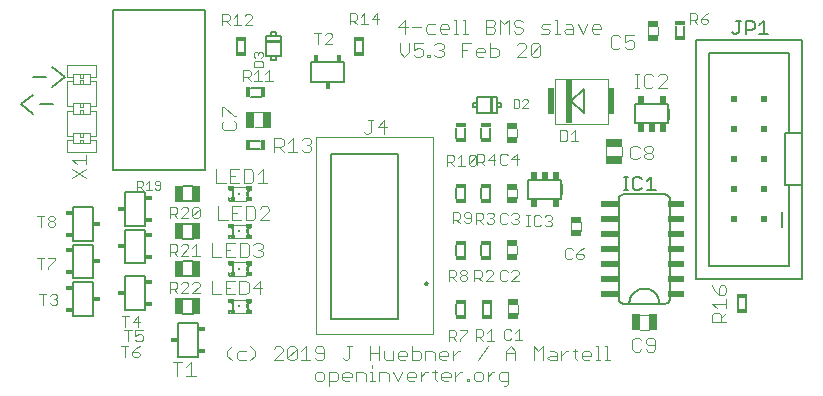
<source format=gbr>
G75*
G70*
%OFA0B0*%
%FSLAX24Y24*%
%IPPOS*%
%LPD*%
%AMOC8*
5,1,8,0,0,1.08239X$1,22.5*
%
%ADD10C,0.0040*%
%ADD11C,0.0060*%
%ADD12R,0.0340X0.0160*%
%ADD13C,0.0030*%
%ADD14R,0.0374X0.0197*%
%ADD15R,0.0050X0.0200*%
%ADD16R,0.0580X0.0200*%
%ADD17C,0.0050*%
%ADD18C,0.0080*%
%ADD19R,0.0210X0.0860*%
%ADD20R,0.0217X0.1496*%
%ADD21R,0.0571X0.0295*%
%ADD22R,0.0200X0.0200*%
%ADD23R,0.0295X0.0571*%
%ADD24R,0.0230X0.0180*%
%ADD25R,0.0256X0.0551*%
%ADD26R,0.0160X0.0340*%
%ADD27R,0.0180X0.0230*%
%ADD28R,0.0197X0.0128*%
%ADD29R,0.0098X0.0059*%
%ADD30R,0.0069X0.0157*%
%ADD31R,0.0079X0.0079*%
%ADD32R,0.0118X0.0118*%
%ADD33R,0.0030X0.0128*%
%ADD34R,0.0197X0.0256*%
%ADD35C,0.0079*%
%ADD36C,0.0039*%
D10*
X005499Y001253D02*
X005499Y001714D01*
X005346Y001714D02*
X005653Y001714D01*
X005806Y001560D02*
X005960Y001714D01*
X005960Y001253D01*
X006113Y001253D02*
X005806Y001253D01*
X007175Y001931D02*
X007175Y002085D01*
X007329Y002238D01*
X007559Y002085D02*
X007482Y002008D01*
X007482Y001855D01*
X007559Y001778D01*
X007789Y001778D01*
X007942Y001778D02*
X008096Y001931D01*
X008096Y002085D01*
X007942Y002238D01*
X007789Y002085D02*
X007559Y002085D01*
X007329Y001778D02*
X007175Y001931D01*
X008710Y001778D02*
X009017Y002085D01*
X009017Y002162D01*
X008940Y002238D01*
X008786Y002238D01*
X008710Y002162D01*
X009170Y002162D02*
X009247Y002238D01*
X009400Y002238D01*
X009477Y002162D01*
X009170Y001855D01*
X009247Y001778D01*
X009400Y001778D01*
X009477Y001855D01*
X009477Y002162D01*
X009631Y002085D02*
X009784Y002238D01*
X009784Y001778D01*
X009631Y001778D02*
X009937Y001778D01*
X010091Y001855D02*
X010168Y001778D01*
X010321Y001778D01*
X010398Y001855D01*
X010398Y002162D01*
X010321Y002238D01*
X010168Y002238D01*
X010091Y002162D01*
X010091Y002085D01*
X010168Y002008D01*
X010398Y002008D01*
X011012Y001855D02*
X011088Y001778D01*
X011165Y001778D01*
X011242Y001855D01*
X011242Y002238D01*
X011165Y002238D02*
X011319Y002238D01*
X011933Y002238D02*
X011933Y001778D01*
X012007Y001606D02*
X012007Y001530D01*
X012007Y001376D02*
X011930Y001376D01*
X012007Y001376D02*
X012007Y001069D01*
X011930Y001069D02*
X012084Y001069D01*
X012237Y001069D02*
X012237Y001376D01*
X012467Y001376D01*
X012544Y001299D01*
X012544Y001069D01*
X012851Y001069D02*
X013004Y001376D01*
X013158Y001299D02*
X013158Y001146D01*
X013235Y001069D01*
X013388Y001069D01*
X013465Y001223D02*
X013158Y001223D01*
X013158Y001299D02*
X013235Y001376D01*
X013388Y001376D01*
X013465Y001299D01*
X013465Y001223D01*
X013618Y001223D02*
X013772Y001376D01*
X013848Y001376D01*
X014002Y001376D02*
X014155Y001376D01*
X014079Y001453D02*
X014079Y001146D01*
X014155Y001069D01*
X014309Y001146D02*
X014309Y001299D01*
X014385Y001376D01*
X014539Y001376D01*
X014616Y001299D01*
X014616Y001223D01*
X014309Y001223D01*
X014309Y001146D02*
X014385Y001069D01*
X014539Y001069D01*
X014769Y001069D02*
X014769Y001376D01*
X014769Y001223D02*
X014923Y001376D01*
X014999Y001376D01*
X015153Y001146D02*
X015230Y001146D01*
X015230Y001069D01*
X015153Y001069D01*
X015153Y001146D01*
X015383Y001146D02*
X015460Y001069D01*
X015613Y001069D01*
X015690Y001146D01*
X015690Y001299D01*
X015613Y001376D01*
X015460Y001376D01*
X015383Y001299D01*
X015383Y001146D01*
X015843Y001069D02*
X015843Y001376D01*
X015843Y001223D02*
X015997Y001376D01*
X016074Y001376D01*
X016227Y001299D02*
X016227Y001146D01*
X016304Y001069D01*
X016534Y001069D01*
X016534Y000993D02*
X016534Y001376D01*
X016304Y001376D01*
X016227Y001299D01*
X016381Y000916D02*
X016457Y000916D01*
X016534Y000993D01*
X016460Y001778D02*
X016460Y002085D01*
X016613Y002238D01*
X016767Y002085D01*
X016767Y001778D01*
X016767Y002008D02*
X016460Y002008D01*
X015846Y002238D02*
X015539Y001778D01*
X014925Y002085D02*
X014848Y002085D01*
X014695Y001931D01*
X014695Y001778D02*
X014695Y002085D01*
X014541Y002008D02*
X014541Y001931D01*
X014234Y001931D01*
X014234Y001855D02*
X014234Y002008D01*
X014311Y002085D01*
X014465Y002085D01*
X014541Y002008D01*
X014465Y001778D02*
X014311Y001778D01*
X014234Y001855D01*
X014081Y001778D02*
X014081Y002008D01*
X014004Y002085D01*
X013774Y002085D01*
X013774Y001778D01*
X013621Y001855D02*
X013621Y002008D01*
X013544Y002085D01*
X013314Y002085D01*
X013314Y002238D02*
X013314Y001778D01*
X013544Y001778D01*
X013621Y001855D01*
X013160Y001931D02*
X013160Y002008D01*
X013083Y002085D01*
X012930Y002085D01*
X012853Y002008D01*
X012853Y001855D01*
X012930Y001778D01*
X013083Y001778D01*
X013160Y001931D02*
X012853Y001931D01*
X012700Y001778D02*
X012700Y002085D01*
X012393Y002085D02*
X012393Y001855D01*
X012470Y001778D01*
X012700Y001778D01*
X012239Y001778D02*
X012239Y002238D01*
X012239Y002008D02*
X011933Y002008D01*
X011700Y001376D02*
X011470Y001376D01*
X011470Y001069D01*
X011316Y001223D02*
X011009Y001223D01*
X011009Y001299D02*
X011009Y001146D01*
X011086Y001069D01*
X011239Y001069D01*
X011316Y001223D02*
X011316Y001299D01*
X011239Y001376D01*
X011086Y001376D01*
X011009Y001299D01*
X010856Y001299D02*
X010856Y001146D01*
X010779Y001069D01*
X010549Y001069D01*
X010549Y000916D02*
X010549Y001376D01*
X010779Y001376D01*
X010856Y001299D01*
X010395Y001299D02*
X010395Y001146D01*
X010319Y001069D01*
X010165Y001069D01*
X010089Y001146D01*
X010089Y001299D01*
X010165Y001376D01*
X010319Y001376D01*
X010395Y001299D01*
X009170Y001855D02*
X009170Y002162D01*
X009017Y001778D02*
X008710Y001778D01*
X007797Y003344D02*
X007236Y003344D01*
X007224Y003393D02*
X007226Y003405D01*
X007231Y003416D01*
X007239Y003425D01*
X007250Y003431D01*
X007262Y003434D01*
X007274Y003433D01*
X007286Y003429D01*
X007295Y003421D01*
X007302Y003411D01*
X007306Y003399D01*
X007306Y003387D01*
X007302Y003375D01*
X007295Y003365D01*
X007285Y003357D01*
X007274Y003353D01*
X007262Y003352D01*
X007250Y003355D01*
X007239Y003361D01*
X007231Y003370D01*
X007226Y003381D01*
X007224Y003393D01*
X007235Y003433D02*
X007257Y003438D01*
X007277Y003446D01*
X007295Y003457D01*
X007312Y003472D01*
X007326Y003488D01*
X007338Y003507D01*
X007346Y003527D01*
X007351Y003548D01*
X007353Y003570D01*
X007351Y003592D01*
X007346Y003613D01*
X007338Y003633D01*
X007326Y003652D01*
X007312Y003668D01*
X007295Y003683D01*
X007277Y003694D01*
X007257Y003702D01*
X007235Y003707D01*
X007393Y003796D02*
X007807Y003796D01*
X007805Y003965D02*
X007574Y003965D01*
X007574Y004425D01*
X007805Y004425D01*
X007881Y004348D01*
X007881Y004041D01*
X007805Y003965D01*
X008265Y003965D02*
X008265Y004425D01*
X008035Y004195D01*
X008342Y004195D01*
X007797Y004594D02*
X007236Y004594D01*
X007224Y004643D02*
X007226Y004655D01*
X007231Y004666D01*
X007239Y004675D01*
X007250Y004681D01*
X007262Y004684D01*
X007274Y004683D01*
X007286Y004679D01*
X007295Y004671D01*
X007302Y004661D01*
X007306Y004649D01*
X007306Y004637D01*
X007302Y004625D01*
X007295Y004615D01*
X007285Y004607D01*
X007274Y004603D01*
X007262Y004602D01*
X007250Y004605D01*
X007239Y004611D01*
X007231Y004620D01*
X007226Y004631D01*
X007224Y004643D01*
X007235Y004683D02*
X007257Y004688D01*
X007277Y004696D01*
X007295Y004707D01*
X007312Y004722D01*
X007326Y004738D01*
X007338Y004757D01*
X007346Y004777D01*
X007351Y004798D01*
X007353Y004820D01*
X007351Y004842D01*
X007346Y004863D01*
X007338Y004883D01*
X007326Y004902D01*
X007312Y004918D01*
X007295Y004933D01*
X007277Y004944D01*
X007257Y004952D01*
X007235Y004957D01*
X007393Y005046D02*
X007807Y005046D01*
X007811Y005215D02*
X007581Y005215D01*
X007581Y005675D01*
X007811Y005675D01*
X007888Y005598D01*
X007888Y005291D01*
X007811Y005215D01*
X008041Y005291D02*
X008118Y005215D01*
X008272Y005215D01*
X008348Y005291D01*
X008348Y005368D01*
X008272Y005445D01*
X008195Y005445D01*
X008272Y005445D02*
X008348Y005522D01*
X008348Y005598D01*
X008272Y005675D01*
X008118Y005675D01*
X008041Y005598D01*
X007797Y005844D02*
X007236Y005844D01*
X007224Y005893D02*
X007226Y005905D01*
X007231Y005916D01*
X007239Y005925D01*
X007250Y005931D01*
X007262Y005934D01*
X007274Y005933D01*
X007286Y005929D01*
X007295Y005921D01*
X007302Y005911D01*
X007306Y005899D01*
X007306Y005887D01*
X007302Y005875D01*
X007295Y005865D01*
X007285Y005857D01*
X007274Y005853D01*
X007262Y005852D01*
X007250Y005855D01*
X007239Y005861D01*
X007231Y005870D01*
X007226Y005881D01*
X007224Y005893D01*
X007235Y005933D02*
X007257Y005938D01*
X007277Y005946D01*
X007295Y005957D01*
X007312Y005972D01*
X007326Y005988D01*
X007338Y006007D01*
X007346Y006027D01*
X007351Y006048D01*
X007353Y006070D01*
X007351Y006092D01*
X007346Y006113D01*
X007338Y006133D01*
X007326Y006152D01*
X007312Y006168D01*
X007295Y006183D01*
X007277Y006194D01*
X007257Y006202D01*
X007235Y006207D01*
X007393Y006296D02*
X007807Y006296D01*
X007794Y006444D02*
X008024Y006444D01*
X008100Y006520D01*
X008100Y006827D01*
X008024Y006904D01*
X007794Y006904D01*
X007794Y006444D01*
X007640Y006444D02*
X007333Y006444D01*
X007333Y006904D01*
X007640Y006904D01*
X007797Y007094D02*
X007236Y007094D01*
X007224Y007143D02*
X007226Y007155D01*
X007231Y007166D01*
X007239Y007175D01*
X007250Y007181D01*
X007262Y007184D01*
X007274Y007183D01*
X007286Y007179D01*
X007295Y007171D01*
X007302Y007161D01*
X007306Y007149D01*
X007306Y007137D01*
X007302Y007125D01*
X007295Y007115D01*
X007285Y007107D01*
X007274Y007103D01*
X007262Y007102D01*
X007250Y007105D01*
X007239Y007111D01*
X007231Y007120D01*
X007226Y007131D01*
X007224Y007143D01*
X007235Y007183D02*
X007257Y007188D01*
X007277Y007196D01*
X007295Y007207D01*
X007312Y007222D01*
X007326Y007238D01*
X007338Y007257D01*
X007346Y007277D01*
X007351Y007298D01*
X007353Y007320D01*
X007351Y007342D01*
X007346Y007363D01*
X007338Y007383D01*
X007326Y007402D01*
X007312Y007418D01*
X007295Y007433D01*
X007277Y007444D01*
X007257Y007452D01*
X007235Y007457D01*
X007393Y007546D02*
X007807Y007546D01*
X007729Y007675D02*
X007959Y007675D01*
X008036Y007752D01*
X008036Y008059D01*
X007959Y008136D01*
X007729Y008136D01*
X007729Y007675D01*
X007575Y007675D02*
X007268Y007675D01*
X007268Y008136D01*
X007575Y008136D01*
X007422Y007906D02*
X007268Y007906D01*
X007115Y007675D02*
X006808Y007675D01*
X006808Y008136D01*
X008189Y007982D02*
X008343Y008136D01*
X008343Y007675D01*
X008496Y007675D02*
X008189Y007675D01*
X007965Y007457D02*
X007943Y007452D01*
X007923Y007444D01*
X007905Y007433D01*
X007888Y007418D01*
X007874Y007402D01*
X007862Y007383D01*
X007854Y007363D01*
X007849Y007342D01*
X007847Y007320D01*
X007849Y007298D01*
X007854Y007277D01*
X007862Y007257D01*
X007874Y007238D01*
X007888Y007222D01*
X007905Y007207D01*
X007923Y007196D01*
X007943Y007188D01*
X007965Y007183D01*
X008254Y006827D02*
X008331Y006904D01*
X008484Y006904D01*
X008561Y006827D01*
X008561Y006750D01*
X008254Y006444D01*
X008561Y006444D01*
X007965Y006207D02*
X007943Y006202D01*
X007923Y006194D01*
X007905Y006183D01*
X007888Y006168D01*
X007874Y006152D01*
X007862Y006133D01*
X007854Y006113D01*
X007849Y006092D01*
X007847Y006070D01*
X007849Y006048D01*
X007854Y006027D01*
X007862Y006007D01*
X007874Y005988D01*
X007888Y005972D01*
X007905Y005957D01*
X007923Y005946D01*
X007943Y005938D01*
X007965Y005933D01*
X007428Y005675D02*
X007121Y005675D01*
X007121Y005215D01*
X007428Y005215D01*
X006967Y005215D02*
X006660Y005215D01*
X006660Y005675D01*
X007121Y005445D02*
X007274Y005445D01*
X007965Y004957D02*
X007943Y004952D01*
X007923Y004944D01*
X007905Y004933D01*
X007888Y004918D01*
X007874Y004902D01*
X007862Y004883D01*
X007854Y004863D01*
X007849Y004842D01*
X007847Y004820D01*
X007849Y004798D01*
X007854Y004777D01*
X007862Y004757D01*
X007874Y004738D01*
X007888Y004722D01*
X007905Y004707D01*
X007923Y004696D01*
X007943Y004688D01*
X007965Y004683D01*
X007421Y004425D02*
X007114Y004425D01*
X007114Y003965D01*
X007421Y003965D01*
X006961Y003965D02*
X006654Y003965D01*
X006654Y004425D01*
X007114Y004195D02*
X007267Y004195D01*
X007965Y003707D02*
X007943Y003702D01*
X007923Y003694D01*
X007905Y003683D01*
X007888Y003668D01*
X007874Y003652D01*
X007862Y003633D01*
X007854Y003613D01*
X007849Y003592D01*
X007847Y003570D01*
X007849Y003548D01*
X007854Y003527D01*
X007862Y003507D01*
X007874Y003488D01*
X007888Y003472D01*
X007905Y003457D01*
X007923Y003446D01*
X007943Y003438D01*
X007965Y003433D01*
X011700Y001376D02*
X011777Y001299D01*
X011777Y001069D01*
X012697Y001376D02*
X012851Y001069D01*
X013618Y001069D02*
X013618Y001376D01*
X017380Y001778D02*
X017380Y002238D01*
X017534Y002085D01*
X017687Y002238D01*
X017687Y001778D01*
X017841Y001855D02*
X017918Y001931D01*
X018148Y001931D01*
X018148Y002008D02*
X018148Y001778D01*
X017918Y001778D01*
X017841Y001855D01*
X018301Y001931D02*
X018455Y002085D01*
X018531Y002085D01*
X018685Y002085D02*
X018838Y002085D01*
X018762Y002162D02*
X018762Y001855D01*
X018838Y001778D01*
X018992Y001855D02*
X018992Y002008D01*
X019069Y002085D01*
X019222Y002085D01*
X019299Y002008D01*
X019299Y001931D01*
X018992Y001931D01*
X018992Y001855D02*
X019069Y001778D01*
X019222Y001778D01*
X019452Y001778D02*
X019606Y001778D01*
X019529Y001778D02*
X019529Y002238D01*
X019452Y002238D01*
X019759Y002238D02*
X019836Y002238D01*
X019836Y001778D01*
X019759Y001778D02*
X019913Y001778D01*
X020667Y002133D02*
X020743Y002056D01*
X020897Y002056D01*
X020974Y002133D01*
X021127Y002133D02*
X021204Y002056D01*
X021357Y002056D01*
X021434Y002133D01*
X021434Y002440D01*
X021357Y002517D01*
X021204Y002517D01*
X021127Y002440D01*
X021127Y002363D01*
X021204Y002287D01*
X021434Y002287D01*
X020974Y002440D02*
X020897Y002517D01*
X020743Y002517D01*
X020667Y002440D01*
X020667Y002133D01*
X020918Y002777D02*
X021218Y002777D01*
X021208Y003296D02*
X020918Y003296D01*
X023326Y003273D02*
X023326Y003043D01*
X023787Y003043D01*
X023633Y003043D02*
X023633Y003273D01*
X023556Y003350D01*
X023403Y003350D01*
X023326Y003273D01*
X023633Y003196D02*
X023787Y003350D01*
X023787Y003503D02*
X023787Y003810D01*
X023787Y003657D02*
X023326Y003657D01*
X023480Y003503D01*
X023556Y003963D02*
X023556Y004194D01*
X023633Y004270D01*
X023710Y004270D01*
X023787Y004194D01*
X023787Y004040D01*
X023710Y003963D01*
X023556Y003963D01*
X023403Y004117D01*
X023326Y004270D01*
X018969Y006093D02*
X018969Y006374D01*
X018634Y006374D02*
X018634Y006093D01*
X016823Y005582D02*
X016823Y005302D01*
X016488Y005302D02*
X016488Y005582D01*
X016488Y007196D02*
X016488Y007476D01*
X016823Y007476D02*
X016823Y007196D01*
X019808Y008583D02*
X019808Y008874D01*
X020327Y008883D02*
X020327Y008583D01*
X020607Y008543D02*
X020684Y008466D01*
X020837Y008466D01*
X020914Y008543D01*
X021068Y008543D02*
X021068Y008619D01*
X021144Y008696D01*
X021298Y008696D01*
X021375Y008619D01*
X021375Y008543D01*
X021298Y008466D01*
X021144Y008466D01*
X021068Y008543D01*
X021144Y008696D02*
X021068Y008773D01*
X021068Y008850D01*
X021144Y008926D01*
X021298Y008926D01*
X021375Y008850D01*
X021375Y008773D01*
X021298Y008696D01*
X020914Y008850D02*
X020837Y008926D01*
X020684Y008926D01*
X020607Y008850D01*
X020607Y008543D01*
X019859Y009662D02*
X019859Y011162D01*
X018079Y011162D01*
X018079Y009662D01*
X019859Y009662D01*
X020751Y010853D02*
X020905Y010853D01*
X020828Y010853D02*
X020828Y011314D01*
X020751Y011314D02*
X020905Y011314D01*
X021058Y011237D02*
X021058Y010930D01*
X021135Y010853D01*
X021288Y010853D01*
X021365Y010930D01*
X021519Y010853D02*
X021826Y011160D01*
X021826Y011237D01*
X021749Y011314D01*
X021595Y011314D01*
X021519Y011237D01*
X021365Y011237D02*
X021288Y011314D01*
X021135Y011314D01*
X021058Y011237D01*
X021519Y010853D02*
X021826Y010853D01*
X020655Y012152D02*
X020501Y012152D01*
X020424Y012229D01*
X020271Y012229D02*
X020194Y012152D01*
X020041Y012152D01*
X019964Y012229D01*
X019964Y012536D01*
X020041Y012612D01*
X020194Y012612D01*
X020271Y012536D01*
X020424Y012612D02*
X020424Y012382D01*
X020578Y012459D01*
X020655Y012459D01*
X020731Y012382D01*
X020731Y012229D01*
X020655Y012152D01*
X020731Y012612D02*
X020424Y012612D01*
X021206Y012609D02*
X021206Y012889D01*
X021542Y012889D02*
X021542Y012609D01*
X019626Y012812D02*
X019319Y012812D01*
X019319Y012736D02*
X019319Y012889D01*
X019396Y012966D01*
X019550Y012966D01*
X019626Y012889D01*
X019626Y012812D01*
X019550Y012659D02*
X019396Y012659D01*
X019319Y012736D01*
X019166Y012966D02*
X019013Y012659D01*
X018859Y012966D01*
X018706Y012889D02*
X018629Y012966D01*
X018475Y012966D01*
X018475Y012812D02*
X018706Y012812D01*
X018706Y012889D02*
X018706Y012659D01*
X018475Y012659D01*
X018399Y012736D01*
X018475Y012812D01*
X018245Y012659D02*
X018092Y012659D01*
X018168Y012659D02*
X018168Y013119D01*
X018092Y013119D01*
X017938Y012966D02*
X017708Y012966D01*
X017631Y012889D01*
X017708Y012812D01*
X017862Y012812D01*
X017938Y012736D01*
X017862Y012659D01*
X017631Y012659D01*
X017522Y012347D02*
X017369Y012347D01*
X017292Y012270D01*
X017292Y011963D01*
X017599Y012270D01*
X017599Y011963D01*
X017522Y011886D01*
X017369Y011886D01*
X017292Y011963D01*
X017138Y011886D02*
X016832Y011886D01*
X017138Y012193D01*
X017138Y012270D01*
X017062Y012347D01*
X016908Y012347D01*
X016832Y012270D01*
X016218Y012116D02*
X016218Y011963D01*
X016141Y011886D01*
X015911Y011886D01*
X015911Y012347D01*
X015911Y012193D02*
X016141Y012193D01*
X016218Y012116D01*
X015757Y012116D02*
X015757Y012040D01*
X015450Y012040D01*
X015450Y012116D02*
X015527Y012193D01*
X015681Y012193D01*
X015757Y012116D01*
X015450Y012116D02*
X015450Y011963D01*
X015527Y011886D01*
X015681Y011886D01*
X015143Y012116D02*
X014990Y012116D01*
X014990Y011886D02*
X014990Y012347D01*
X015297Y012347D01*
X015176Y012659D02*
X015022Y012659D01*
X015099Y012659D02*
X015099Y013119D01*
X015022Y013119D01*
X014792Y013119D02*
X014792Y012659D01*
X014716Y012659D02*
X014869Y012659D01*
X014562Y012812D02*
X014255Y012812D01*
X014255Y012736D02*
X014255Y012889D01*
X014332Y012966D01*
X014485Y012966D01*
X014562Y012889D01*
X014562Y012812D01*
X014485Y012659D02*
X014332Y012659D01*
X014255Y012736D01*
X014102Y012659D02*
X013871Y012659D01*
X013795Y012736D01*
X013795Y012889D01*
X013871Y012966D01*
X014102Y012966D01*
X013641Y012889D02*
X013334Y012889D01*
X013181Y012889D02*
X012874Y012889D01*
X013104Y013119D01*
X013104Y012659D01*
X013225Y012347D02*
X013225Y012040D01*
X013072Y011886D01*
X012918Y012040D01*
X012918Y012347D01*
X013379Y012347D02*
X013379Y012116D01*
X013532Y012193D01*
X013609Y012193D01*
X013686Y012116D01*
X013686Y011963D01*
X013609Y011886D01*
X013455Y011886D01*
X013379Y011963D01*
X013839Y011963D02*
X013839Y011886D01*
X013916Y011886D01*
X013916Y011963D01*
X013839Y011963D01*
X014069Y011963D02*
X014146Y011886D01*
X014299Y011886D01*
X014376Y011963D01*
X014376Y012040D01*
X014299Y012116D01*
X014223Y012116D01*
X014299Y012116D02*
X014376Y012193D01*
X014376Y012270D01*
X014299Y012347D01*
X014146Y012347D01*
X014069Y012270D01*
X013686Y012347D02*
X013379Y012347D01*
X014716Y013119D02*
X014792Y013119D01*
X015790Y013119D02*
X015790Y012659D01*
X016020Y012659D01*
X016097Y012736D01*
X016097Y012812D01*
X016020Y012889D01*
X015790Y012889D01*
X016020Y012889D02*
X016097Y012966D01*
X016097Y013043D01*
X016020Y013119D01*
X015790Y013119D01*
X016250Y013119D02*
X016404Y012966D01*
X016557Y013119D01*
X016557Y012659D01*
X016711Y012736D02*
X016787Y012659D01*
X016941Y012659D01*
X017017Y012736D01*
X017017Y012812D01*
X016941Y012889D01*
X016787Y012889D01*
X016711Y012966D01*
X016711Y013043D01*
X016787Y013119D01*
X016941Y013119D01*
X017017Y013043D01*
X016250Y013119D02*
X016250Y012659D01*
X017522Y012347D02*
X017599Y012270D01*
X016828Y009488D02*
X016828Y009207D01*
X016493Y009207D02*
X016493Y009488D01*
X012484Y009539D02*
X012177Y009539D01*
X012407Y009769D01*
X012407Y009308D01*
X011946Y009385D02*
X011946Y009769D01*
X011870Y009769D02*
X012023Y009769D01*
X011946Y009385D02*
X011870Y009308D01*
X011793Y009308D01*
X011716Y009385D01*
X009967Y009098D02*
X009967Y009021D01*
X009890Y008944D01*
X009967Y008867D01*
X009967Y008791D01*
X009890Y008714D01*
X009736Y008714D01*
X009660Y008791D01*
X009506Y008714D02*
X009199Y008714D01*
X009046Y008714D02*
X008892Y008867D01*
X008969Y008867D02*
X008739Y008867D01*
X008739Y008714D02*
X008739Y009174D01*
X008969Y009174D01*
X009046Y009098D01*
X009046Y008944D01*
X008969Y008867D01*
X009199Y009021D02*
X009353Y009174D01*
X009353Y008714D01*
X009813Y008944D02*
X009890Y008944D01*
X009967Y009098D02*
X009890Y009174D01*
X009736Y009174D01*
X009660Y009098D01*
X008370Y009535D02*
X008080Y009535D01*
X007454Y009514D02*
X007377Y009437D01*
X007070Y009437D01*
X006994Y009514D01*
X006994Y009668D01*
X007070Y009744D01*
X006994Y009898D02*
X006994Y010205D01*
X007070Y010205D01*
X007377Y009898D01*
X007454Y009898D01*
X007377Y009744D02*
X007454Y009668D01*
X007454Y009514D01*
X008070Y010054D02*
X008370Y010054D01*
X002787Y010085D02*
X002787Y009258D01*
X002590Y009258D01*
X002590Y009356D01*
X002374Y009356D01*
X002256Y009356D01*
X002256Y009228D01*
X002374Y009228D01*
X002374Y009356D01*
X002256Y009356D02*
X002039Y009356D01*
X002039Y009258D01*
X001842Y009258D01*
X001842Y009691D01*
X002039Y009986D02*
X002039Y010085D01*
X002039Y010242D01*
X002039Y010341D01*
X002256Y010341D01*
X002374Y010341D01*
X002590Y010341D01*
X002590Y010242D01*
X002590Y010085D01*
X002590Y009986D01*
X002374Y009986D01*
X002256Y009986D01*
X002039Y009986D01*
X002039Y010085D02*
X001842Y010085D01*
X001842Y009258D01*
X001842Y009100D02*
X002039Y009100D01*
X002039Y009002D01*
X002256Y009002D01*
X002374Y009002D01*
X002374Y009130D01*
X002256Y009130D01*
X002256Y009002D01*
X002374Y009002D02*
X002590Y009002D01*
X002590Y009100D01*
X002787Y009100D01*
X002787Y008707D01*
X001842Y008707D01*
X001842Y009100D01*
X002039Y009100D02*
X002039Y009258D01*
X002590Y009258D02*
X002590Y009100D01*
X002467Y008613D02*
X002467Y008306D01*
X002467Y008153D02*
X002006Y007846D01*
X002006Y008153D02*
X002467Y007846D01*
X002160Y008306D02*
X002006Y008460D01*
X002467Y008460D01*
X002787Y009652D02*
X002787Y010085D01*
X002590Y010085D01*
X002590Y010242D02*
X002787Y010242D01*
X002787Y011069D01*
X002787Y010636D01*
X002787Y010242D01*
X002374Y010213D02*
X002374Y010341D01*
X002256Y010341D02*
X002256Y010213D01*
X002374Y010213D01*
X002374Y010114D02*
X002256Y010114D01*
X002256Y009986D01*
X002374Y009986D02*
X002374Y010114D01*
X002039Y010242D02*
X001842Y010242D01*
X001842Y010675D01*
X001842Y010636D02*
X001842Y010242D01*
X001842Y011069D01*
X002039Y011069D01*
X002039Y010971D01*
X002256Y010971D01*
X002374Y010971D01*
X002590Y010971D01*
X002590Y011069D01*
X002787Y011069D01*
X002787Y011226D02*
X002590Y011226D01*
X002590Y011325D01*
X002374Y011325D01*
X002256Y011325D01*
X002256Y011197D01*
X002374Y011197D01*
X002374Y011325D01*
X002256Y011325D02*
X002039Y011325D01*
X002039Y011226D01*
X001842Y011226D01*
X001842Y011620D01*
X002787Y011620D01*
X002787Y011226D01*
X002590Y011226D02*
X002590Y011069D01*
X002374Y011099D02*
X002374Y010971D01*
X002256Y010971D02*
X002256Y011099D01*
X002374Y011099D01*
X002039Y011069D02*
X002039Y011226D01*
X006873Y006904D02*
X006873Y006444D01*
X007180Y006444D01*
X007333Y006674D02*
X007487Y006674D01*
X016527Y003610D02*
X016527Y003329D01*
X016862Y003329D02*
X016862Y003610D01*
X017918Y002085D02*
X018071Y002085D01*
X018148Y002008D01*
X018301Y002085D02*
X018301Y001778D01*
D11*
X015961Y003299D02*
X015961Y003640D01*
X015680Y003640D02*
X015680Y003299D01*
X015089Y003299D02*
X015089Y003640D01*
X014808Y003640D02*
X014808Y003299D01*
X014808Y005272D02*
X014808Y005612D01*
X015089Y005612D02*
X015089Y005272D01*
X015641Y005272D02*
X015641Y005612D01*
X015921Y005612D02*
X015921Y005272D01*
X017199Y007153D02*
X017199Y007783D01*
X018302Y007783D01*
X018302Y007153D01*
X017199Y007153D01*
X015921Y007166D02*
X015921Y007506D01*
X015641Y007506D02*
X015641Y007166D01*
X015089Y007166D02*
X015089Y007506D01*
X014808Y007506D02*
X014808Y007166D01*
X014808Y009177D02*
X014808Y009518D01*
X015089Y009518D02*
X015089Y009177D01*
X015641Y009177D02*
X015641Y009518D01*
X015921Y009518D02*
X015921Y009177D01*
X020223Y007153D02*
X020223Y003813D01*
X020225Y003790D01*
X020230Y003767D01*
X020239Y003745D01*
X020252Y003725D01*
X020267Y003707D01*
X020285Y003692D01*
X020305Y003679D01*
X020327Y003670D01*
X020350Y003665D01*
X020373Y003663D01*
X020568Y003663D01*
X021568Y003663D01*
X021763Y003663D01*
X021786Y003665D01*
X021809Y003670D01*
X021831Y003679D01*
X021851Y003692D01*
X021869Y003707D01*
X021884Y003725D01*
X021897Y003745D01*
X021906Y003767D01*
X021911Y003790D01*
X021913Y003813D01*
X021913Y007153D01*
X021911Y007176D01*
X021906Y007199D01*
X021897Y007221D01*
X021884Y007241D01*
X021869Y007259D01*
X021851Y007274D01*
X021831Y007287D01*
X021809Y007296D01*
X021786Y007301D01*
X021763Y007303D01*
X020373Y007303D01*
X020350Y007301D01*
X020327Y007296D01*
X020305Y007287D01*
X020285Y007274D01*
X020267Y007259D01*
X020252Y007241D01*
X020239Y007221D01*
X020230Y007199D01*
X020225Y007176D01*
X020223Y007153D01*
X020766Y009668D02*
X020766Y010298D01*
X021869Y010298D01*
X021869Y009668D01*
X020766Y009668D01*
X022126Y012579D02*
X022126Y012919D01*
X022406Y012919D02*
X022406Y012579D01*
X011705Y012403D02*
X011705Y012063D01*
X011424Y012063D02*
X011424Y012403D01*
X008285Y010839D02*
X007945Y010839D01*
X007945Y010559D02*
X008285Y010559D01*
X008270Y009084D02*
X007930Y009084D01*
X007930Y008804D02*
X008270Y008804D01*
X006011Y007570D02*
X005689Y007570D01*
X005689Y007070D02*
X006011Y007070D01*
X006011Y006320D02*
X005689Y006320D01*
X005689Y005820D02*
X006011Y005820D01*
X006011Y005070D02*
X005689Y005070D01*
X005689Y004570D02*
X006011Y004570D01*
X006011Y003820D02*
X005689Y003820D01*
X005689Y003320D02*
X006011Y003320D01*
X000703Y009985D02*
X000276Y010305D01*
X000703Y010625D01*
X001341Y010895D02*
X001769Y011216D01*
X001341Y011536D01*
X001124Y011216D02*
X000697Y011216D01*
X000920Y010305D02*
X001348Y010305D01*
X007480Y012069D02*
X007480Y012409D01*
X007760Y012409D02*
X007760Y012069D01*
X020568Y003663D02*
X020570Y003707D01*
X020576Y003750D01*
X020585Y003792D01*
X020598Y003834D01*
X020615Y003874D01*
X020635Y003913D01*
X020658Y003950D01*
X020685Y003984D01*
X020714Y004017D01*
X020747Y004046D01*
X020781Y004073D01*
X020818Y004096D01*
X020857Y004116D01*
X020897Y004133D01*
X020939Y004146D01*
X020981Y004155D01*
X021024Y004161D01*
X021068Y004163D01*
X021112Y004161D01*
X021155Y004155D01*
X021197Y004146D01*
X021239Y004133D01*
X021279Y004116D01*
X021318Y004096D01*
X021355Y004073D01*
X021389Y004046D01*
X021422Y004017D01*
X021451Y003984D01*
X021478Y003950D01*
X021501Y003913D01*
X021521Y003874D01*
X021538Y003834D01*
X021551Y003792D01*
X021560Y003750D01*
X021566Y003707D01*
X021568Y003663D01*
X024192Y003836D02*
X024192Y003496D01*
X024472Y003496D02*
X024472Y003836D01*
D12*
X024332Y003916D03*
X024332Y003416D03*
X015820Y003220D03*
X015820Y003720D03*
X014948Y003720D03*
X014948Y003220D03*
X014948Y005192D03*
X014948Y005692D03*
X015781Y005692D03*
X015781Y005192D03*
X015781Y007086D03*
X015781Y007586D03*
X014948Y007586D03*
X014948Y007086D03*
X014948Y009098D03*
X015781Y009098D03*
X015781Y009598D03*
X014948Y009598D03*
X011565Y011983D03*
X011565Y012483D03*
X007620Y012489D03*
X007620Y011989D03*
X022266Y012499D03*
X022266Y012999D03*
D13*
X003752Y002242D02*
X003752Y001872D01*
X003997Y001933D02*
X003997Y002057D01*
X004182Y002057D01*
X004244Y001995D01*
X004244Y001933D01*
X004182Y001872D01*
X004058Y001872D01*
X003997Y001933D01*
X003997Y002057D02*
X004120Y002180D01*
X004244Y002242D01*
X004292Y002400D02*
X004169Y002400D01*
X004107Y002462D01*
X004107Y002585D02*
X004231Y002647D01*
X004292Y002647D01*
X004354Y002585D01*
X004354Y002462D01*
X004292Y002400D01*
X004107Y002585D02*
X004107Y002770D01*
X004354Y002770D01*
X004202Y002871D02*
X004202Y003241D01*
X004017Y003056D01*
X004264Y003056D01*
X003896Y003241D02*
X003649Y003241D01*
X003772Y003241D02*
X003772Y002871D01*
X003739Y002770D02*
X003986Y002770D01*
X003862Y002770D02*
X003862Y002400D01*
X003875Y002242D02*
X003628Y002242D01*
X001505Y003682D02*
X001443Y003620D01*
X001319Y003620D01*
X001258Y003682D01*
X001381Y003805D02*
X001443Y003805D01*
X001505Y003743D01*
X001505Y003682D01*
X001443Y003805D02*
X001505Y003867D01*
X001505Y003929D01*
X001443Y003990D01*
X001319Y003990D01*
X001258Y003929D01*
X001136Y003990D02*
X000889Y003990D01*
X001013Y003990D02*
X001013Y003620D01*
X000946Y004804D02*
X000946Y005174D01*
X001069Y005174D02*
X000822Y005174D01*
X001190Y005174D02*
X001437Y005174D01*
X001437Y005112D01*
X001190Y004866D01*
X001190Y004804D01*
X001250Y006223D02*
X001188Y006284D01*
X001188Y006346D01*
X001250Y006408D01*
X001373Y006408D01*
X001435Y006346D01*
X001435Y006284D01*
X001373Y006223D01*
X001250Y006223D01*
X001250Y006408D02*
X001188Y006470D01*
X001188Y006531D01*
X001250Y006593D01*
X001373Y006593D01*
X001435Y006531D01*
X001435Y006470D01*
X001373Y006408D01*
X000943Y006223D02*
X000943Y006593D01*
X000820Y006593D02*
X001067Y006593D01*
X004156Y007463D02*
X004156Y007754D01*
X004301Y007754D01*
X004349Y007705D01*
X004349Y007609D01*
X004301Y007560D01*
X004156Y007560D01*
X004253Y007560D02*
X004349Y007463D01*
X004450Y007463D02*
X004644Y007463D01*
X004547Y007463D02*
X004547Y007754D01*
X004450Y007657D01*
X004745Y007657D02*
X004794Y007609D01*
X004939Y007609D01*
X004939Y007705D02*
X004890Y007754D01*
X004794Y007754D01*
X004745Y007705D01*
X004745Y007657D01*
X004745Y007512D02*
X004794Y007463D01*
X004890Y007463D01*
X004939Y007512D01*
X004939Y007705D01*
X005260Y006884D02*
X005445Y006884D01*
X005507Y006822D01*
X005507Y006699D01*
X005445Y006637D01*
X005260Y006637D01*
X005260Y006514D02*
X005260Y006884D01*
X005383Y006637D02*
X005507Y006514D01*
X005628Y006514D02*
X005875Y006761D01*
X005875Y006822D01*
X005814Y006884D01*
X005690Y006884D01*
X005628Y006822D01*
X005997Y006822D02*
X006058Y006884D01*
X006182Y006884D01*
X006244Y006822D01*
X005997Y006575D01*
X006058Y006514D01*
X006182Y006514D01*
X006244Y006575D01*
X006244Y006822D01*
X005997Y006822D02*
X005997Y006575D01*
X005875Y006514D02*
X005628Y006514D01*
X005690Y005634D02*
X005628Y005572D01*
X005690Y005634D02*
X005814Y005634D01*
X005875Y005572D01*
X005875Y005511D01*
X005628Y005264D01*
X005875Y005264D01*
X005997Y005264D02*
X006244Y005264D01*
X006120Y005264D02*
X006120Y005634D01*
X005997Y005511D01*
X005507Y005572D02*
X005507Y005449D01*
X005445Y005387D01*
X005260Y005387D01*
X005260Y005264D02*
X005260Y005634D01*
X005445Y005634D01*
X005507Y005572D01*
X005383Y005387D02*
X005507Y005264D01*
X005445Y004384D02*
X005260Y004384D01*
X005260Y004014D01*
X005260Y004137D02*
X005445Y004137D01*
X005507Y004199D01*
X005507Y004322D01*
X005445Y004384D01*
X005628Y004322D02*
X005690Y004384D01*
X005814Y004384D01*
X005875Y004322D01*
X005875Y004261D01*
X005628Y004014D01*
X005875Y004014D01*
X005997Y004014D02*
X006244Y004261D01*
X006244Y004322D01*
X006182Y004384D01*
X006058Y004384D01*
X005997Y004322D01*
X005997Y004014D02*
X006244Y004014D01*
X005507Y004014D02*
X005383Y004137D01*
X014552Y004421D02*
X014552Y004791D01*
X014737Y004791D01*
X014798Y004730D01*
X014798Y004606D01*
X014737Y004545D01*
X014552Y004545D01*
X014675Y004545D02*
X014798Y004421D01*
X014920Y004483D02*
X014982Y004421D01*
X015105Y004421D01*
X015167Y004483D01*
X015167Y004545D01*
X015105Y004606D01*
X014982Y004606D01*
X014920Y004668D01*
X014920Y004730D01*
X014982Y004791D01*
X015105Y004791D01*
X015167Y004730D01*
X015167Y004668D01*
X015105Y004606D01*
X014982Y004606D02*
X014920Y004545D01*
X014920Y004483D01*
X015408Y004521D02*
X015593Y004521D01*
X015655Y004583D01*
X015655Y004706D01*
X015593Y004768D01*
X015408Y004768D01*
X015408Y004398D01*
X015531Y004521D02*
X015655Y004398D01*
X015776Y004398D02*
X016023Y004644D01*
X016023Y004706D01*
X015961Y004768D01*
X015838Y004768D01*
X015776Y004706D01*
X015776Y004398D02*
X016023Y004398D01*
X016269Y004475D02*
X016331Y004413D01*
X016454Y004413D01*
X016516Y004475D01*
X016637Y004413D02*
X016884Y004660D01*
X016884Y004722D01*
X016823Y004784D01*
X016699Y004784D01*
X016637Y004722D01*
X016516Y004722D02*
X016454Y004784D01*
X016331Y004784D01*
X016269Y004722D01*
X016269Y004475D01*
X016637Y004413D02*
X016884Y004413D01*
X018431Y005203D02*
X018492Y005142D01*
X018616Y005142D01*
X018677Y005203D01*
X018799Y005203D02*
X018861Y005142D01*
X018984Y005142D01*
X019046Y005203D01*
X019046Y005265D01*
X018984Y005327D01*
X018799Y005327D01*
X018799Y005203D01*
X018799Y005327D02*
X018922Y005450D01*
X019046Y005512D01*
X018677Y005450D02*
X018616Y005512D01*
X018492Y005512D01*
X018431Y005450D01*
X018431Y005203D01*
X017932Y006233D02*
X017809Y006233D01*
X017747Y006294D01*
X017626Y006294D02*
X017564Y006233D01*
X017441Y006233D01*
X017379Y006294D01*
X017379Y006541D01*
X017441Y006603D01*
X017564Y006603D01*
X017626Y006541D01*
X017747Y006541D02*
X017809Y006603D01*
X017932Y006603D01*
X017994Y006541D01*
X017994Y006479D01*
X017932Y006418D01*
X017994Y006356D01*
X017994Y006294D01*
X017932Y006233D01*
X017932Y006418D02*
X017871Y006418D01*
X017257Y006603D02*
X017133Y006603D01*
X017195Y006603D02*
X017195Y006233D01*
X017133Y006233D02*
X017257Y006233D01*
X016880Y006365D02*
X016819Y006303D01*
X016695Y006303D01*
X016633Y006365D01*
X016512Y006365D02*
X016450Y006303D01*
X016327Y006303D01*
X016265Y006365D01*
X016265Y006612D01*
X016327Y006673D01*
X016450Y006673D01*
X016512Y006612D01*
X016633Y006612D02*
X016695Y006673D01*
X016819Y006673D01*
X016880Y006612D01*
X016880Y006550D01*
X016819Y006488D01*
X016880Y006427D01*
X016880Y006365D01*
X016819Y006488D02*
X016757Y006488D01*
X016059Y006450D02*
X016059Y006388D01*
X015997Y006327D01*
X015873Y006327D01*
X015812Y006388D01*
X015690Y006327D02*
X015567Y006450D01*
X015628Y006450D02*
X015443Y006450D01*
X015443Y006327D02*
X015443Y006697D01*
X015628Y006697D01*
X015690Y006635D01*
X015690Y006512D01*
X015628Y006450D01*
X015812Y006635D02*
X015873Y006697D01*
X015997Y006697D01*
X016059Y006635D01*
X016059Y006574D01*
X015997Y006512D01*
X016059Y006450D01*
X015997Y006512D02*
X015935Y006512D01*
X015297Y006522D02*
X015112Y006522D01*
X015050Y006584D01*
X015050Y006646D01*
X015112Y006707D01*
X015235Y006707D01*
X015297Y006646D01*
X015297Y006399D01*
X015235Y006337D01*
X015112Y006337D01*
X015050Y006399D01*
X014929Y006337D02*
X014805Y006460D01*
X014867Y006460D02*
X014682Y006460D01*
X014682Y006337D02*
X014682Y006707D01*
X014867Y006707D01*
X014929Y006646D01*
X014929Y006522D01*
X014867Y006460D01*
X014846Y008258D02*
X015092Y008258D01*
X014969Y008258D02*
X014969Y008629D01*
X014846Y008505D01*
X014724Y008567D02*
X014724Y008443D01*
X014662Y008382D01*
X014477Y008382D01*
X014601Y008382D02*
X014724Y008258D01*
X014477Y008258D02*
X014477Y008629D01*
X014662Y008629D01*
X014724Y008567D01*
X015214Y008567D02*
X015214Y008320D01*
X015461Y008567D01*
X015461Y008320D01*
X015399Y008258D01*
X015276Y008258D01*
X015214Y008320D01*
X015214Y008567D02*
X015276Y008629D01*
X015399Y008629D01*
X015461Y008567D01*
X015491Y008644D02*
X015676Y008644D01*
X015738Y008583D01*
X015738Y008459D01*
X015676Y008397D01*
X015491Y008397D01*
X015491Y008274D02*
X015491Y008644D01*
X015614Y008397D02*
X015738Y008274D01*
X016044Y008274D02*
X016044Y008644D01*
X015859Y008459D01*
X016106Y008459D01*
X016273Y008351D02*
X016335Y008290D01*
X016459Y008290D01*
X016520Y008351D01*
X016642Y008475D02*
X016889Y008475D01*
X016827Y008660D02*
X016642Y008475D01*
X016520Y008598D02*
X016459Y008660D01*
X016335Y008660D01*
X016273Y008598D01*
X016273Y008351D01*
X016827Y008290D02*
X016827Y008660D01*
X018259Y009083D02*
X018259Y009453D01*
X018444Y009453D01*
X018506Y009392D01*
X018506Y009145D01*
X018444Y009083D01*
X018259Y009083D01*
X018627Y009083D02*
X018874Y009083D01*
X018751Y009083D02*
X018751Y009453D01*
X018627Y009330D01*
X017200Y010179D02*
X017006Y010179D01*
X017200Y010373D01*
X017200Y010421D01*
X017151Y010470D01*
X017054Y010470D01*
X017006Y010421D01*
X016905Y010421D02*
X016905Y010228D01*
X016857Y010179D01*
X016711Y010179D01*
X016711Y010470D01*
X016857Y010470D01*
X016905Y010421D01*
X012169Y012965D02*
X012169Y013335D01*
X011984Y013150D01*
X012231Y013150D01*
X011863Y012965D02*
X011616Y012965D01*
X011494Y012965D02*
X011371Y013088D01*
X011433Y013088D02*
X011247Y013088D01*
X011247Y012965D02*
X011247Y013335D01*
X011433Y013335D01*
X011494Y013273D01*
X011494Y013150D01*
X011433Y013088D01*
X011616Y013212D02*
X011739Y013335D01*
X011739Y012965D01*
X010675Y012609D02*
X010675Y012547D01*
X010428Y012300D01*
X010675Y012300D01*
X010183Y012300D02*
X010183Y012670D01*
X010306Y012670D02*
X010059Y012670D01*
X010428Y012609D02*
X010490Y012670D01*
X010613Y012670D01*
X010675Y012609D01*
X008343Y012001D02*
X008343Y011904D01*
X008295Y011856D01*
X008295Y011755D02*
X008101Y011755D01*
X008053Y011706D01*
X008053Y011561D01*
X008343Y011561D01*
X008343Y011706D01*
X008295Y011755D01*
X008101Y011856D02*
X008053Y011904D01*
X008053Y012001D01*
X008101Y012049D01*
X008149Y012049D01*
X008198Y012001D01*
X008246Y012049D01*
X008295Y012049D01*
X008343Y012001D01*
X008198Y012001D02*
X008198Y011953D01*
X008190Y011454D02*
X008190Y011084D01*
X008067Y011084D02*
X008314Y011084D01*
X008435Y011084D02*
X008682Y011084D01*
X008559Y011084D02*
X008559Y011454D01*
X008435Y011331D01*
X008190Y011454D02*
X008067Y011331D01*
X007946Y011393D02*
X007946Y011269D01*
X007884Y011207D01*
X007699Y011207D01*
X007699Y011084D02*
X007699Y011454D01*
X007884Y011454D01*
X007946Y011393D01*
X007822Y011207D02*
X007946Y011084D01*
X007991Y012946D02*
X007744Y012946D01*
X007991Y013193D01*
X007991Y013255D01*
X007929Y013317D01*
X007806Y013317D01*
X007744Y013255D01*
X007499Y013317D02*
X007499Y012946D01*
X007376Y012946D02*
X007623Y012946D01*
X007255Y012946D02*
X007131Y013070D01*
X007193Y013070D02*
X007008Y013070D01*
X007008Y012946D02*
X007008Y013317D01*
X007193Y013317D01*
X007255Y013255D01*
X007255Y013132D01*
X007193Y013070D01*
X007376Y013193D02*
X007499Y013317D01*
X022588Y013348D02*
X022588Y012978D01*
X022588Y013102D02*
X022773Y013102D01*
X022835Y013163D01*
X022835Y013287D01*
X022773Y013348D01*
X022588Y013348D01*
X022711Y013102D02*
X022835Y012978D01*
X022956Y013040D02*
X023018Y012978D01*
X023141Y012978D01*
X023203Y013040D01*
X023203Y013102D01*
X023141Y013163D01*
X022956Y013163D01*
X022956Y013040D01*
X022956Y013163D02*
X023079Y013287D01*
X023203Y013348D01*
X016883Y002815D02*
X016883Y002445D01*
X017006Y002445D02*
X016759Y002445D01*
X016638Y002507D02*
X016576Y002445D01*
X016453Y002445D01*
X016391Y002507D01*
X016391Y002753D01*
X016453Y002815D01*
X016576Y002815D01*
X016638Y002753D01*
X016759Y002692D02*
X016883Y002815D01*
X016066Y002429D02*
X015820Y002429D01*
X015698Y002429D02*
X015575Y002552D01*
X015636Y002552D02*
X015451Y002552D01*
X015451Y002429D02*
X015451Y002799D01*
X015636Y002799D01*
X015698Y002738D01*
X015698Y002614D01*
X015636Y002552D01*
X015820Y002676D02*
X015943Y002799D01*
X015943Y002429D01*
X015171Y002722D02*
X014924Y002475D01*
X014924Y002413D01*
X014802Y002413D02*
X014679Y002537D01*
X014741Y002537D02*
X014556Y002537D01*
X014556Y002413D02*
X014556Y002784D01*
X014741Y002784D01*
X014802Y002722D01*
X014802Y002598D01*
X014741Y002537D01*
X014924Y002784D02*
X015171Y002784D01*
X015171Y002722D01*
D14*
X016695Y003238D03*
X016695Y003698D03*
X016656Y005210D03*
X016656Y005670D03*
X018802Y006002D03*
X018802Y006462D03*
X016656Y007104D03*
X016656Y007564D03*
X016660Y009119D03*
X016660Y009579D03*
X021375Y012518D03*
X021375Y012978D03*
D15*
X021938Y006983D03*
X021938Y006483D03*
X021938Y005983D03*
X021938Y005483D03*
X021938Y004983D03*
X021938Y004483D03*
X021938Y003983D03*
X021938Y003983D03*
X020198Y003983D03*
X020198Y003983D03*
X020198Y004483D03*
X020198Y004983D03*
X020198Y005483D03*
X020198Y005983D03*
X020198Y006483D03*
X020198Y006983D03*
D16*
X019883Y006983D03*
X019883Y006483D03*
X019883Y005983D03*
X019883Y005483D03*
X019883Y004983D03*
X019883Y004483D03*
X019883Y003983D03*
X022128Y003983D03*
X022128Y004483D03*
X022128Y004983D03*
X022128Y005483D03*
X022128Y005983D03*
X022128Y006483D03*
X022128Y006983D03*
D17*
X021444Y007440D02*
X021143Y007440D01*
X021293Y007440D02*
X021293Y007891D01*
X021143Y007740D01*
X020983Y007816D02*
X020908Y007891D01*
X020758Y007891D01*
X020683Y007816D01*
X020683Y007515D01*
X020758Y007440D01*
X020908Y007440D01*
X020983Y007515D01*
X020526Y007440D02*
X020376Y007440D01*
X020451Y007440D02*
X020451Y007891D01*
X020376Y007891D02*
X020526Y007891D01*
X016165Y010027D02*
X015496Y010027D01*
X015496Y010538D01*
X016165Y010538D01*
X016165Y010027D01*
X016185Y010204D02*
X016303Y010204D01*
X016303Y010361D01*
X016185Y010361D01*
X015988Y010519D02*
X015988Y010046D01*
X015948Y010046D01*
X015948Y010519D01*
X015476Y010361D02*
X015358Y010361D01*
X015358Y010204D01*
X015476Y010204D01*
X011072Y011041D02*
X009952Y011041D01*
X009952Y011719D01*
X011072Y011719D01*
X011072Y011041D01*
X008968Y011920D02*
X008456Y011920D01*
X008456Y012590D01*
X008968Y012590D01*
X008968Y011920D01*
X008791Y011901D02*
X008791Y011783D01*
X008633Y011783D01*
X008633Y011901D01*
X008476Y012373D02*
X008948Y012373D01*
X008948Y012412D01*
X008476Y012412D01*
X008633Y012609D02*
X008633Y012727D01*
X008791Y012727D01*
X008791Y012609D01*
X006434Y013456D02*
X006434Y008101D01*
X003363Y008101D01*
X003363Y013456D01*
X006434Y013456D01*
X004439Y007380D02*
X003761Y007380D01*
X003761Y006260D01*
X004439Y006260D01*
X004439Y007380D01*
X002689Y006880D02*
X002689Y005760D01*
X002011Y005760D01*
X002011Y006880D01*
X002689Y006880D01*
X003761Y006130D02*
X003761Y005010D01*
X004439Y005010D01*
X004439Y006130D01*
X003761Y006130D01*
X002689Y005630D02*
X002689Y004510D01*
X002011Y004510D01*
X002011Y005630D01*
X002689Y005630D01*
X003761Y004565D02*
X003761Y003445D01*
X004439Y003445D01*
X004439Y004565D01*
X003761Y004565D01*
X002689Y004380D02*
X002689Y003260D01*
X002011Y003260D01*
X002011Y004380D01*
X002689Y004380D01*
X005511Y003005D02*
X005511Y001885D01*
X006189Y001885D01*
X006189Y003005D01*
X005511Y003005D01*
X023987Y012708D02*
X024062Y012633D01*
X024137Y012633D01*
X024212Y012708D01*
X024212Y013084D01*
X024137Y013084D02*
X024287Y013084D01*
X024448Y013084D02*
X024673Y013084D01*
X024748Y013009D01*
X024748Y012859D01*
X024673Y012783D01*
X024448Y012783D01*
X024448Y012633D02*
X024448Y013084D01*
X024908Y012934D02*
X025058Y013084D01*
X025058Y012633D01*
X024908Y012633D02*
X025208Y012633D01*
D18*
X026336Y012443D02*
X022793Y012443D01*
X022793Y004490D01*
X022832Y004490D02*
X026336Y004490D01*
X026336Y007600D01*
X025746Y007600D01*
X025746Y009333D01*
X026336Y009333D01*
X026336Y007600D01*
X025903Y007600D02*
X025903Y004923D01*
X023226Y004923D01*
X023226Y012010D01*
X025903Y012010D01*
X025903Y009333D01*
X026336Y009333D02*
X026336Y012443D01*
X021878Y010152D02*
X021878Y009814D01*
X021423Y010302D02*
X021212Y010302D01*
X020758Y010152D02*
X020758Y009814D01*
X019045Y010019D02*
X019045Y010806D01*
X018642Y010412D01*
X019045Y010019D01*
X018311Y007637D02*
X018311Y007299D01*
X017856Y007149D02*
X017645Y007149D01*
X017191Y007299D02*
X017191Y007637D01*
X025657Y006717D02*
X025657Y006217D01*
D19*
X019964Y010412D03*
X017974Y010412D03*
D20*
X018546Y010412D03*
D21*
X020068Y009016D03*
X020068Y008446D03*
D22*
X024065Y008467D03*
X025065Y008467D03*
X025065Y009467D03*
X025065Y009467D03*
X024065Y009467D03*
X024065Y009467D03*
X024065Y010467D03*
X025065Y010467D03*
X025065Y007467D03*
X024065Y007467D03*
X024065Y006467D03*
X025065Y006467D03*
D23*
X021350Y003036D03*
X020780Y003036D03*
X008508Y009795D03*
X007938Y009795D03*
D24*
X004574Y007190D03*
X003626Y006820D03*
X002824Y006320D03*
X001876Y006690D03*
X001876Y005950D03*
X001876Y005440D03*
X002824Y005070D03*
X003626Y005570D03*
X004574Y005940D03*
X004574Y006450D03*
X004574Y005200D03*
X004574Y004375D03*
X003626Y004005D03*
X002824Y003820D03*
X001876Y004190D03*
X001876Y004700D03*
X001876Y003450D03*
X004574Y003635D03*
X006324Y002815D03*
X005376Y002445D03*
X006324Y002075D03*
D25*
X006142Y003569D03*
X005562Y003569D03*
X005562Y004819D03*
X006142Y004819D03*
X006142Y006069D03*
X005562Y006069D03*
X005562Y007319D03*
X006142Y007319D03*
D26*
X007850Y008944D03*
X008350Y008944D03*
X008365Y010699D03*
X007865Y010699D03*
D27*
X010142Y011854D03*
X010882Y011854D03*
X010512Y010906D03*
D28*
X007895Y007502D03*
X007305Y007502D03*
X007895Y007138D03*
X007895Y006252D03*
X007895Y005888D03*
X007305Y006252D03*
X007305Y005002D03*
X007895Y005002D03*
X007895Y004638D03*
X007895Y003752D03*
X007305Y003752D03*
X007895Y003388D03*
D29*
X007846Y003472D03*
X007846Y003668D03*
X007354Y003668D03*
X007354Y003472D03*
X007354Y004722D03*
X007354Y004918D03*
X007846Y004918D03*
X007846Y004722D03*
X007846Y005972D03*
X007846Y006168D03*
X007354Y006168D03*
X007354Y005972D03*
X007354Y007222D03*
X007354Y007418D03*
X007846Y007418D03*
X007846Y007222D03*
D30*
X007831Y007320D03*
X007369Y007320D03*
X007369Y006070D03*
X007831Y006070D03*
X007831Y004820D03*
X007369Y004820D03*
X007369Y003570D03*
X007831Y003570D03*
D31*
X007561Y003570D03*
X007561Y004820D03*
X007561Y006070D03*
X007561Y007320D03*
D32*
X007344Y007143D03*
X007344Y005893D03*
X007344Y004643D03*
X007344Y003393D03*
D33*
X007221Y003388D03*
X007221Y004638D03*
X007221Y005888D03*
X007221Y007138D03*
D34*
X017377Y007005D03*
X018125Y007005D03*
X018125Y007930D03*
X017751Y007930D03*
X017377Y007930D03*
X020944Y009521D03*
X021318Y009521D03*
X021692Y009521D03*
X021692Y010446D03*
X020944Y010446D03*
D35*
X012870Y008662D02*
X010626Y008662D01*
X010626Y003151D01*
X012870Y003151D01*
X012870Y008662D01*
X013766Y004332D02*
X013768Y004343D01*
X013772Y004353D01*
X013779Y004361D01*
X013789Y004367D01*
X013799Y004371D01*
X013811Y004371D01*
X013821Y004367D01*
X013831Y004361D01*
X013838Y004353D01*
X013842Y004343D01*
X013844Y004332D01*
X013842Y004321D01*
X013838Y004311D01*
X013831Y004303D01*
X013821Y004297D01*
X013811Y004293D01*
X013799Y004293D01*
X013789Y004297D01*
X013779Y004303D01*
X013772Y004311D01*
X013768Y004321D01*
X013766Y004332D01*
X013768Y004343D01*
X013772Y004353D01*
X013779Y004361D01*
X013789Y004367D01*
X013799Y004371D01*
X013811Y004371D01*
X013821Y004367D01*
X013831Y004361D01*
X013838Y004353D01*
X013842Y004343D01*
X013844Y004332D01*
X013842Y004321D01*
X013838Y004311D01*
X013831Y004303D01*
X013821Y004297D01*
X013811Y004293D01*
X013799Y004293D01*
X013789Y004297D01*
X013779Y004303D01*
X013772Y004311D01*
X013768Y004321D01*
X013766Y004332D01*
D36*
X012870Y003938D02*
X012870Y003151D01*
X012200Y003151D01*
X010626Y004135D02*
X010626Y007678D01*
X010114Y009219D02*
X014011Y009219D01*
X014011Y002659D01*
X010114Y002659D01*
X010114Y009219D01*
M02*

</source>
